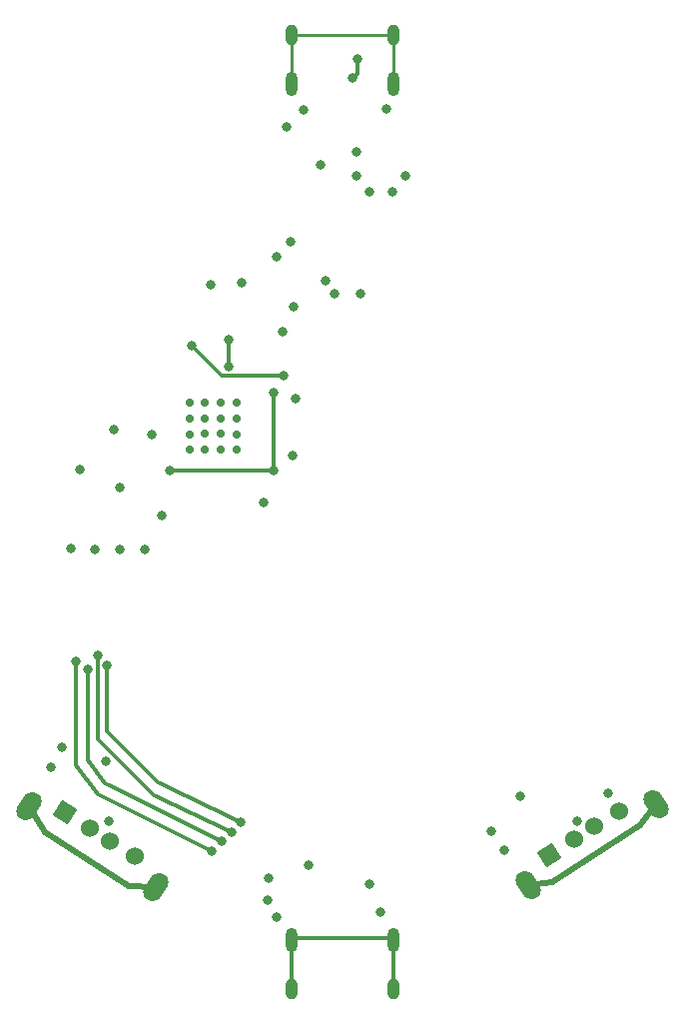
<source format=gbr>
%TF.GenerationSoftware,KiCad,Pcbnew,(6.0.8)*%
%TF.CreationDate,2022-12-04T22:26:40-08:00*%
%TF.ProjectId,Anduril USB Hub,416e6475-7269-46c2-9055-534220487562,rev?*%
%TF.SameCoordinates,Original*%
%TF.FileFunction,Copper,L4,Bot*%
%TF.FilePolarity,Positive*%
%FSLAX46Y46*%
G04 Gerber Fmt 4.6, Leading zero omitted, Abs format (unit mm)*
G04 Created by KiCad (PCBNEW (6.0.8)) date 2022-12-04 22:26:40*
%MOMM*%
%LPD*%
G01*
G04 APERTURE LIST*
G04 Aperture macros list*
%AMHorizOval*
0 Thick line with rounded ends*
0 $1 width*
0 $2 $3 position (X,Y) of the first rounded end (center of the circle)*
0 $4 $5 position (X,Y) of the second rounded end (center of the circle)*
0 Add line between two ends*
20,1,$1,$2,$3,$4,$5,0*
0 Add two circle primitives to create the rounded ends*
1,1,$1,$2,$3*
1,1,$1,$4,$5*%
%AMRotRect*
0 Rectangle, with rotation*
0 The origin of the aperture is its center*
0 $1 length*
0 $2 width*
0 $3 Rotation angle, in degrees counterclockwise*
0 Add horizontal line*
21,1,$1,$2,0,0,$3*%
G04 Aperture macros list end*
%TA.AperFunction,ComponentPad*%
%ADD10RotRect,1.524000X1.524000X32.500000*%
%TD*%
%TA.AperFunction,ComponentPad*%
%ADD11C,1.524000*%
%TD*%
%TA.AperFunction,ComponentPad*%
%ADD12HorizOval,1.600000X-0.268650X0.421696X0.268650X-0.421696X0*%
%TD*%
%TA.AperFunction,ComponentPad*%
%ADD13O,1.000000X2.100000*%
%TD*%
%TA.AperFunction,ComponentPad*%
%ADD14O,1.000000X1.800000*%
%TD*%
%TA.AperFunction,ComponentPad*%
%ADD15RotRect,1.524000X1.524000X327.500000*%
%TD*%
%TA.AperFunction,ComponentPad*%
%ADD16HorizOval,1.600000X-0.268650X-0.421696X0.268650X0.421696X0*%
%TD*%
%TA.AperFunction,ViaPad*%
%ADD17C,0.800000*%
%TD*%
%TA.AperFunction,ViaPad*%
%ADD18C,0.700000*%
%TD*%
%TA.AperFunction,Conductor*%
%ADD19C,0.300000*%
%TD*%
%TA.AperFunction,Conductor*%
%ADD20C,0.250000*%
%TD*%
%TA.AperFunction,Conductor*%
%ADD21C,0.500000*%
%TD*%
G04 APERTURE END LIST*
D10*
%TO.P,J4,1,VBUS*%
%TO.N,Net-(F4-Pad1)*%
X129968048Y-102118948D03*
D11*
%TO.P,J4,2,D-*%
%TO.N,Net-(J4-Pad2)*%
X132076527Y-100775699D03*
%TO.P,J4,3,D+*%
%TO.N,Net-(J4-Pad3)*%
X133763310Y-99701100D03*
%TO.P,J4,4,GND*%
%TO.N,GND*%
X135871788Y-98357851D03*
D12*
%TO.P,J4,5,Shield*%
%TO.N,unconnected-(J4-Pad5)*%
X138962383Y-97811752D03*
X128166972Y-104689187D03*
%TD*%
D13*
%TO.P,J3,S1,SHIELD*%
%TO.N,unconnected-(J3-PadS1)*%
X116708342Y-109276379D03*
X108068342Y-109276379D03*
D14*
X108068342Y-113456379D03*
X116708342Y-113456379D03*
%TD*%
D15*
%TO.P,J2,1,VBUS*%
%TO.N,Net-(F2-Pad1)*%
X88904897Y-98473916D03*
D11*
%TO.P,J2,2,D-*%
%TO.N,Net-(J2-Pad2)*%
X91013376Y-99817165D03*
%TO.P,J2,3,D+*%
%TO.N,Net-(J2-Pad3)*%
X92700159Y-100891764D03*
%TO.P,J2,4,GND*%
%TO.N,GND*%
X94808637Y-102235013D03*
D16*
%TO.P,J2,5,Shield*%
%TO.N,unconnected-(J2-Pad5)*%
X85814302Y-97927817D03*
X96609713Y-104805252D03*
%TD*%
D14*
%TO.P,J1,S1,SHIELD*%
%TO.N,unconnected-(J1-PadS1)*%
X116708342Y-32606379D03*
D13*
X116708342Y-36786379D03*
X108068342Y-36786379D03*
D14*
X108068342Y-32606379D03*
%TD*%
D17*
%TO.N,+5V*%
X106838342Y-51406379D03*
X109550000Y-102950000D03*
X107988342Y-50106379D03*
X113600000Y-44575000D03*
X114725000Y-45925000D03*
X92375000Y-94125000D03*
X106100000Y-104050000D03*
X97088342Y-73306379D03*
X113625000Y-42475000D03*
X125000000Y-100100000D03*
X127500000Y-97150000D03*
X88600000Y-93000000D03*
%TO.N,P2 D-*%
X89775000Y-85725000D03*
X101325000Y-101750000D03*
%TO.N,P2 D+*%
X90775000Y-86350000D03*
X102175000Y-100900000D03*
%TO.N,P3 D-*%
X91625000Y-85175000D03*
X103025000Y-100125000D03*
%TO.N,P3 D+*%
X92450000Y-86000000D03*
X103800000Y-99300000D03*
%TO.N,VDD12*%
X107438342Y-61506379D03*
X99584578Y-58902614D03*
%TO.N,VDD33*%
X106588342Y-69506379D03*
X102788342Y-60731879D03*
X102776195Y-58419732D03*
X97738342Y-69506379D03*
X106588342Y-62906379D03*
D18*
%TO.N,GND*%
X100750000Y-66425000D03*
D17*
X108288342Y-55606379D03*
D18*
X102075000Y-67750000D03*
D17*
X106825000Y-107350000D03*
X93038342Y-66006379D03*
X103838342Y-53606379D03*
X115625000Y-106975000D03*
X87675000Y-94675000D03*
X107625000Y-40400000D03*
X113888342Y-54556379D03*
X93513342Y-76206379D03*
X107288342Y-57756379D03*
D18*
X102075000Y-65100000D03*
D17*
X106050000Y-105950000D03*
D18*
X103400000Y-66450000D03*
D17*
X110938342Y-53456379D03*
X105688342Y-72206379D03*
D18*
X102075000Y-63775000D03*
D17*
X91438342Y-76206379D03*
X134900000Y-96900000D03*
X101238342Y-53806379D03*
D18*
X100750000Y-65100000D03*
X102075000Y-66425000D03*
D17*
X116100000Y-38900000D03*
D18*
X100725000Y-67750000D03*
X99425000Y-63775000D03*
D17*
X93488342Y-70956879D03*
X92550000Y-99250000D03*
D18*
X99425000Y-66450000D03*
D17*
X116600000Y-45925000D03*
X108438342Y-63406379D03*
X89388342Y-76156379D03*
X110550000Y-43625000D03*
D18*
X103400000Y-63775000D03*
D17*
X108138342Y-68256379D03*
X132300000Y-99200000D03*
X95638342Y-76206379D03*
X117750000Y-44575000D03*
X96204428Y-66432419D03*
D18*
X103400000Y-65100000D03*
X99425000Y-67750000D03*
X103400000Y-67750000D03*
D17*
X90138342Y-69456379D03*
X109060342Y-38956379D03*
X111738342Y-54556379D03*
X114700000Y-104550000D03*
D18*
X100750000Y-63775000D03*
D17*
X126100000Y-101700000D03*
D18*
X99425000Y-65125000D03*
D17*
%TO.N,Net-(J1-PadA5)*%
X113632342Y-34640879D03*
X113269958Y-36278879D03*
%TD*%
D19*
%TO.N,P2 D-*%
X91634137Y-96915863D02*
X101325000Y-101750000D01*
X91634137Y-96915863D02*
X89775000Y-94525000D01*
X89775000Y-85725000D02*
X89775000Y-94525000D01*
%TO.N,P2 D+*%
X92261349Y-96013651D02*
X102175000Y-100900000D01*
X92261349Y-96013651D02*
X90775000Y-94075000D01*
X90775000Y-86350000D02*
X90775000Y-94075000D01*
%TO.N,P3 D-*%
X103025000Y-100125000D02*
X96387500Y-97037500D01*
X91650000Y-85200000D02*
X91650000Y-92300000D01*
X91625000Y-85175000D02*
X91650000Y-85200000D01*
X91650000Y-92300000D02*
X96387500Y-97037500D01*
%TO.N,P3 D+*%
X92450000Y-86000000D02*
X92400000Y-86050000D01*
X92400000Y-86050000D02*
X92400000Y-91600000D01*
X103800000Y-99300000D02*
X96725000Y-95925000D01*
X92400000Y-91600000D02*
X96725000Y-95925000D01*
%TO.N,VDD12*%
X99584578Y-58902614D02*
X102163342Y-61481379D01*
X107413342Y-61481379D02*
X107438342Y-61506379D01*
X102163342Y-61481379D02*
X107413342Y-61481379D01*
%TO.N,VDD33*%
X106588342Y-62906379D02*
X106588342Y-69506379D01*
X106588342Y-69506379D02*
X97738342Y-69506379D01*
X102788342Y-58431879D02*
X102788342Y-60731879D01*
X102776195Y-58419732D02*
X102788342Y-58431879D01*
%TO.N,Net-(J1-PadA5)*%
X113269958Y-36278879D02*
X113632342Y-35916495D01*
X113632342Y-35916495D02*
X113632342Y-34640879D01*
D20*
%TO.N,unconnected-(J1-PadS1)*%
X108068342Y-32606379D02*
X108068342Y-36786379D01*
X116708342Y-36786379D02*
X116708342Y-32606379D01*
X116708342Y-32606379D02*
X108068342Y-32606379D01*
D21*
%TO.N,unconnected-(J2-Pad5)*%
X94325000Y-104700000D02*
X96609713Y-104805252D01*
X85814302Y-97927817D02*
X87150000Y-100200000D01*
X87150000Y-100200000D02*
X94325000Y-104700000D01*
D19*
%TO.N,unconnected-(J3-PadS1)*%
X108068342Y-113456379D02*
X108068342Y-109276379D01*
X108213343Y-109131378D02*
X116563341Y-109131378D01*
X108068342Y-109276379D02*
X108213343Y-109131378D01*
X116708342Y-109276379D02*
X116708342Y-113456379D01*
X116563341Y-109131378D02*
X116708342Y-109276379D01*
D21*
%TO.N,unconnected-(J4-Pad5)*%
X128166972Y-104689187D02*
X130200000Y-104400000D01*
X130200000Y-104400000D02*
X137650000Y-99550000D01*
X137650000Y-99550000D02*
X138962383Y-97811752D01*
%TD*%
M02*

</source>
